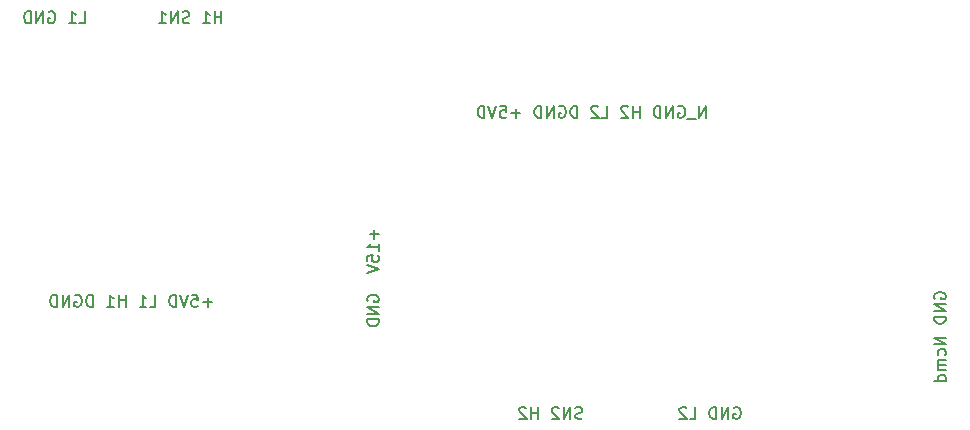
<source format=gbo>
%TF.GenerationSoftware,KiCad,Pcbnew,5.1.6-c6e7f7d~86~ubuntu20.04.1*%
%TF.CreationDate,2020-09-07T12:10:57+02:00*%
%TF.ProjectId,Driver,44726976-6572-42e6-9b69-6361645f7063,rev?*%
%TF.SameCoordinates,Original*%
%TF.FileFunction,Legend,Bot*%
%TF.FilePolarity,Positive*%
%FSLAX46Y46*%
G04 Gerber Fmt 4.6, Leading zero omitted, Abs format (unit mm)*
G04 Created by KiCad (PCBNEW 5.1.6-c6e7f7d~86~ubuntu20.04.1) date 2020-09-07 12:10:57*
%MOMM*%
%LPD*%
G01*
G04 APERTURE LIST*
%ADD10C,0.150000*%
G04 APERTURE END LIST*
%TO.C,J2*%
D10*
X66071428Y-130452380D02*
X66071428Y-131214285D01*
X66452380Y-130833333D02*
X65690476Y-130833333D01*
X66452380Y-132214285D02*
X66452380Y-131642857D01*
X66452380Y-131928571D02*
X65452380Y-131928571D01*
X65595238Y-131833333D01*
X65690476Y-131738095D01*
X65738095Y-131642857D01*
X65452380Y-133119047D02*
X65452380Y-132642857D01*
X65928571Y-132595238D01*
X65880952Y-132642857D01*
X65833333Y-132738095D01*
X65833333Y-132976190D01*
X65880952Y-133071428D01*
X65928571Y-133119047D01*
X66023809Y-133166666D01*
X66261904Y-133166666D01*
X66357142Y-133119047D01*
X66404761Y-133071428D01*
X66452380Y-132976190D01*
X66452380Y-132738095D01*
X66404761Y-132642857D01*
X66357142Y-132595238D01*
X65452380Y-133452380D02*
X66452380Y-133785714D01*
X65452380Y-134119047D01*
X65500000Y-136500000D02*
X65452380Y-136404761D01*
X65452380Y-136261904D01*
X65500000Y-136119047D01*
X65595238Y-136023809D01*
X65690476Y-135976190D01*
X65880952Y-135928571D01*
X66023809Y-135928571D01*
X66214285Y-135976190D01*
X66309523Y-136023809D01*
X66404761Y-136119047D01*
X66452380Y-136261904D01*
X66452380Y-136357142D01*
X66404761Y-136500000D01*
X66357142Y-136547619D01*
X66023809Y-136547619D01*
X66023809Y-136357142D01*
X66452380Y-136976190D02*
X65452380Y-136976190D01*
X66452380Y-137547619D01*
X65452380Y-137547619D01*
X66452380Y-138023809D02*
X65452380Y-138023809D01*
X65452380Y-138261904D01*
X65500000Y-138404761D01*
X65595238Y-138500000D01*
X65690476Y-138547619D01*
X65880952Y-138595238D01*
X66023809Y-138595238D01*
X66214285Y-138547619D01*
X66309523Y-138500000D01*
X66404761Y-138404761D01*
X66452380Y-138261904D01*
X66452380Y-138023809D01*
X94142857Y-120952380D02*
X94142857Y-119952380D01*
X93571428Y-120952380D01*
X93571428Y-119952380D01*
X93333333Y-121047619D02*
X92571428Y-121047619D01*
X91809523Y-120000000D02*
X91904761Y-119952380D01*
X92047619Y-119952380D01*
X92190476Y-120000000D01*
X92285714Y-120095238D01*
X92333333Y-120190476D01*
X92380952Y-120380952D01*
X92380952Y-120523809D01*
X92333333Y-120714285D01*
X92285714Y-120809523D01*
X92190476Y-120904761D01*
X92047619Y-120952380D01*
X91952380Y-120952380D01*
X91809523Y-120904761D01*
X91761904Y-120857142D01*
X91761904Y-120523809D01*
X91952380Y-120523809D01*
X91333333Y-120952380D02*
X91333333Y-119952380D01*
X90761904Y-120952380D01*
X90761904Y-119952380D01*
X90285714Y-120952380D02*
X90285714Y-119952380D01*
X90047619Y-119952380D01*
X89904761Y-120000000D01*
X89809523Y-120095238D01*
X89761904Y-120190476D01*
X89714285Y-120380952D01*
X89714285Y-120523809D01*
X89761904Y-120714285D01*
X89809523Y-120809523D01*
X89904761Y-120904761D01*
X90047619Y-120952380D01*
X90285714Y-120952380D01*
X88523809Y-120952380D02*
X88523809Y-119952380D01*
X88523809Y-120428571D02*
X87952380Y-120428571D01*
X87952380Y-120952380D02*
X87952380Y-119952380D01*
X87523809Y-120047619D02*
X87476190Y-120000000D01*
X87380952Y-119952380D01*
X87142857Y-119952380D01*
X87047619Y-120000000D01*
X87000000Y-120047619D01*
X86952380Y-120142857D01*
X86952380Y-120238095D01*
X87000000Y-120380952D01*
X87571428Y-120952380D01*
X86952380Y-120952380D01*
X85285714Y-120952380D02*
X85761904Y-120952380D01*
X85761904Y-119952380D01*
X85000000Y-120047619D02*
X84952380Y-120000000D01*
X84857142Y-119952380D01*
X84619047Y-119952380D01*
X84523809Y-120000000D01*
X84476190Y-120047619D01*
X84428571Y-120142857D01*
X84428571Y-120238095D01*
X84476190Y-120380952D01*
X85047619Y-120952380D01*
X84428571Y-120952380D01*
X83238095Y-120952380D02*
X83238095Y-119952380D01*
X83000000Y-119952380D01*
X82857142Y-120000000D01*
X82761904Y-120095238D01*
X82714285Y-120190476D01*
X82666666Y-120380952D01*
X82666666Y-120523809D01*
X82714285Y-120714285D01*
X82761904Y-120809523D01*
X82857142Y-120904761D01*
X83000000Y-120952380D01*
X83238095Y-120952380D01*
X81714285Y-120000000D02*
X81809523Y-119952380D01*
X81952380Y-119952380D01*
X82095238Y-120000000D01*
X82190476Y-120095238D01*
X82238095Y-120190476D01*
X82285714Y-120380952D01*
X82285714Y-120523809D01*
X82238095Y-120714285D01*
X82190476Y-120809523D01*
X82095238Y-120904761D01*
X81952380Y-120952380D01*
X81857142Y-120952380D01*
X81714285Y-120904761D01*
X81666666Y-120857142D01*
X81666666Y-120523809D01*
X81857142Y-120523809D01*
X81238095Y-120952380D02*
X81238095Y-119952380D01*
X80666666Y-120952380D01*
X80666666Y-119952380D01*
X80190476Y-120952380D02*
X80190476Y-119952380D01*
X79952380Y-119952380D01*
X79809523Y-120000000D01*
X79714285Y-120095238D01*
X79666666Y-120190476D01*
X79619047Y-120380952D01*
X79619047Y-120523809D01*
X79666666Y-120714285D01*
X79714285Y-120809523D01*
X79809523Y-120904761D01*
X79952380Y-120952380D01*
X80190476Y-120952380D01*
X78428571Y-120571428D02*
X77666666Y-120571428D01*
X78047619Y-120952380D02*
X78047619Y-120190476D01*
X76714285Y-119952380D02*
X77190476Y-119952380D01*
X77238095Y-120428571D01*
X77190476Y-120380952D01*
X77095238Y-120333333D01*
X76857142Y-120333333D01*
X76761904Y-120380952D01*
X76714285Y-120428571D01*
X76666666Y-120523809D01*
X76666666Y-120761904D01*
X76714285Y-120857142D01*
X76761904Y-120904761D01*
X76857142Y-120952380D01*
X77095238Y-120952380D01*
X77190476Y-120904761D01*
X77238095Y-120857142D01*
X76380952Y-119952380D02*
X76047619Y-120952380D01*
X75714285Y-119952380D01*
X75380952Y-120952380D02*
X75380952Y-119952380D01*
X75142857Y-119952380D01*
X75000000Y-120000000D01*
X74904761Y-120095238D01*
X74857142Y-120190476D01*
X74809523Y-120380952D01*
X74809523Y-120523809D01*
X74857142Y-120714285D01*
X74904761Y-120809523D01*
X75000000Y-120904761D01*
X75142857Y-120952380D01*
X75380952Y-120952380D01*
X52333333Y-136571428D02*
X51571428Y-136571428D01*
X51952380Y-136952380D02*
X51952380Y-136190476D01*
X50619047Y-135952380D02*
X51095238Y-135952380D01*
X51142857Y-136428571D01*
X51095238Y-136380952D01*
X51000000Y-136333333D01*
X50761904Y-136333333D01*
X50666666Y-136380952D01*
X50619047Y-136428571D01*
X50571428Y-136523809D01*
X50571428Y-136761904D01*
X50619047Y-136857142D01*
X50666666Y-136904761D01*
X50761904Y-136952380D01*
X51000000Y-136952380D01*
X51095238Y-136904761D01*
X51142857Y-136857142D01*
X50285714Y-135952380D02*
X49952380Y-136952380D01*
X49619047Y-135952380D01*
X49285714Y-136952380D02*
X49285714Y-135952380D01*
X49047619Y-135952380D01*
X48904761Y-136000000D01*
X48809523Y-136095238D01*
X48761904Y-136190476D01*
X48714285Y-136380952D01*
X48714285Y-136523809D01*
X48761904Y-136714285D01*
X48809523Y-136809523D01*
X48904761Y-136904761D01*
X49047619Y-136952380D01*
X49285714Y-136952380D01*
X47047619Y-136952380D02*
X47523809Y-136952380D01*
X47523809Y-135952380D01*
X46190476Y-136952380D02*
X46761904Y-136952380D01*
X46476190Y-136952380D02*
X46476190Y-135952380D01*
X46571428Y-136095238D01*
X46666666Y-136190476D01*
X46761904Y-136238095D01*
X45000000Y-136952380D02*
X45000000Y-135952380D01*
X45000000Y-136428571D02*
X44428571Y-136428571D01*
X44428571Y-136952380D02*
X44428571Y-135952380D01*
X43428571Y-136952380D02*
X44000000Y-136952380D01*
X43714285Y-136952380D02*
X43714285Y-135952380D01*
X43809523Y-136095238D01*
X43904761Y-136190476D01*
X44000000Y-136238095D01*
X42238095Y-136952380D02*
X42238095Y-135952380D01*
X42000000Y-135952380D01*
X41857142Y-136000000D01*
X41761904Y-136095238D01*
X41714285Y-136190476D01*
X41666666Y-136380952D01*
X41666666Y-136523809D01*
X41714285Y-136714285D01*
X41761904Y-136809523D01*
X41857142Y-136904761D01*
X42000000Y-136952380D01*
X42238095Y-136952380D01*
X40714285Y-136000000D02*
X40809523Y-135952380D01*
X40952380Y-135952380D01*
X41095238Y-136000000D01*
X41190476Y-136095238D01*
X41238095Y-136190476D01*
X41285714Y-136380952D01*
X41285714Y-136523809D01*
X41238095Y-136714285D01*
X41190476Y-136809523D01*
X41095238Y-136904761D01*
X40952380Y-136952380D01*
X40857142Y-136952380D01*
X40714285Y-136904761D01*
X40666666Y-136857142D01*
X40666666Y-136523809D01*
X40857142Y-136523809D01*
X40238095Y-136952380D02*
X40238095Y-135952380D01*
X39666666Y-136952380D01*
X39666666Y-135952380D01*
X39190476Y-136952380D02*
X39190476Y-135952380D01*
X38952380Y-135952380D01*
X38809523Y-136000000D01*
X38714285Y-136095238D01*
X38666666Y-136190476D01*
X38619047Y-136380952D01*
X38619047Y-136523809D01*
X38666666Y-136714285D01*
X38714285Y-136809523D01*
X38809523Y-136904761D01*
X38952380Y-136952380D01*
X39190476Y-136952380D01*
%TO.C,J1*%
X41071428Y-112952380D02*
X41547619Y-112952380D01*
X41547619Y-111952380D01*
X40214285Y-112952380D02*
X40785714Y-112952380D01*
X40500000Y-112952380D02*
X40500000Y-111952380D01*
X40595238Y-112095238D01*
X40690476Y-112190476D01*
X40785714Y-112238095D01*
X38500000Y-112000000D02*
X38595238Y-111952380D01*
X38738095Y-111952380D01*
X38880952Y-112000000D01*
X38976190Y-112095238D01*
X39023809Y-112190476D01*
X39071428Y-112380952D01*
X39071428Y-112523809D01*
X39023809Y-112714285D01*
X38976190Y-112809523D01*
X38880952Y-112904761D01*
X38738095Y-112952380D01*
X38642857Y-112952380D01*
X38500000Y-112904761D01*
X38452380Y-112857142D01*
X38452380Y-112523809D01*
X38642857Y-112523809D01*
X38023809Y-112952380D02*
X38023809Y-111952380D01*
X37452380Y-112952380D01*
X37452380Y-111952380D01*
X36976190Y-112952380D02*
X36976190Y-111952380D01*
X36738095Y-111952380D01*
X36595238Y-112000000D01*
X36500000Y-112095238D01*
X36452380Y-112190476D01*
X36404761Y-112380952D01*
X36404761Y-112523809D01*
X36452380Y-112714285D01*
X36500000Y-112809523D01*
X36595238Y-112904761D01*
X36738095Y-112952380D01*
X36976190Y-112952380D01*
X83666666Y-146404761D02*
X83523809Y-146452380D01*
X83285714Y-146452380D01*
X83190476Y-146404761D01*
X83142857Y-146357142D01*
X83095238Y-146261904D01*
X83095238Y-146166666D01*
X83142857Y-146071428D01*
X83190476Y-146023809D01*
X83285714Y-145976190D01*
X83476190Y-145928571D01*
X83571428Y-145880952D01*
X83619047Y-145833333D01*
X83666666Y-145738095D01*
X83666666Y-145642857D01*
X83619047Y-145547619D01*
X83571428Y-145500000D01*
X83476190Y-145452380D01*
X83238095Y-145452380D01*
X83095238Y-145500000D01*
X82666666Y-146452380D02*
X82666666Y-145452380D01*
X82095238Y-146452380D01*
X82095238Y-145452380D01*
X81666666Y-145547619D02*
X81619047Y-145500000D01*
X81523809Y-145452380D01*
X81285714Y-145452380D01*
X81190476Y-145500000D01*
X81142857Y-145547619D01*
X81095238Y-145642857D01*
X81095238Y-145738095D01*
X81142857Y-145880952D01*
X81714285Y-146452380D01*
X81095238Y-146452380D01*
X79904761Y-146452380D02*
X79904761Y-145452380D01*
X79904761Y-145928571D02*
X79333333Y-145928571D01*
X79333333Y-146452380D02*
X79333333Y-145452380D01*
X78904761Y-145547619D02*
X78857142Y-145500000D01*
X78761904Y-145452380D01*
X78523809Y-145452380D01*
X78428571Y-145500000D01*
X78380952Y-145547619D01*
X78333333Y-145642857D01*
X78333333Y-145738095D01*
X78380952Y-145880952D01*
X78952380Y-146452380D01*
X78333333Y-146452380D01*
X53119047Y-112952380D02*
X53119047Y-111952380D01*
X53119047Y-112428571D02*
X52547619Y-112428571D01*
X52547619Y-112952380D02*
X52547619Y-111952380D01*
X51547619Y-112952380D02*
X52119047Y-112952380D01*
X51833333Y-112952380D02*
X51833333Y-111952380D01*
X51928571Y-112095238D01*
X52023809Y-112190476D01*
X52119047Y-112238095D01*
X50404761Y-112904761D02*
X50261904Y-112952380D01*
X50023809Y-112952380D01*
X49928571Y-112904761D01*
X49880952Y-112857142D01*
X49833333Y-112761904D01*
X49833333Y-112666666D01*
X49880952Y-112571428D01*
X49928571Y-112523809D01*
X50023809Y-112476190D01*
X50214285Y-112428571D01*
X50309523Y-112380952D01*
X50357142Y-112333333D01*
X50404761Y-112238095D01*
X50404761Y-112142857D01*
X50357142Y-112047619D01*
X50309523Y-112000000D01*
X50214285Y-111952380D01*
X49976190Y-111952380D01*
X49833333Y-112000000D01*
X49404761Y-112952380D02*
X49404761Y-111952380D01*
X48833333Y-112952380D01*
X48833333Y-111952380D01*
X47833333Y-112952380D02*
X48404761Y-112952380D01*
X48119047Y-112952380D02*
X48119047Y-111952380D01*
X48214285Y-112095238D01*
X48309523Y-112190476D01*
X48404761Y-112238095D01*
X96523809Y-145500000D02*
X96619047Y-145452380D01*
X96761904Y-145452380D01*
X96904761Y-145500000D01*
X97000000Y-145595238D01*
X97047619Y-145690476D01*
X97095238Y-145880952D01*
X97095238Y-146023809D01*
X97047619Y-146214285D01*
X97000000Y-146309523D01*
X96904761Y-146404761D01*
X96761904Y-146452380D01*
X96666666Y-146452380D01*
X96523809Y-146404761D01*
X96476190Y-146357142D01*
X96476190Y-146023809D01*
X96666666Y-146023809D01*
X96047619Y-146452380D02*
X96047619Y-145452380D01*
X95476190Y-146452380D01*
X95476190Y-145452380D01*
X95000000Y-146452380D02*
X95000000Y-145452380D01*
X94761904Y-145452380D01*
X94619047Y-145500000D01*
X94523809Y-145595238D01*
X94476190Y-145690476D01*
X94428571Y-145880952D01*
X94428571Y-146023809D01*
X94476190Y-146214285D01*
X94523809Y-146309523D01*
X94619047Y-146404761D01*
X94761904Y-146452380D01*
X95000000Y-146452380D01*
X92761904Y-146452380D02*
X93238095Y-146452380D01*
X93238095Y-145452380D01*
X92476190Y-145547619D02*
X92428571Y-145500000D01*
X92333333Y-145452380D01*
X92095238Y-145452380D01*
X92000000Y-145500000D01*
X91952380Y-145547619D01*
X91904761Y-145642857D01*
X91904761Y-145738095D01*
X91952380Y-145880952D01*
X92523809Y-146452380D01*
X91904761Y-146452380D01*
X113500000Y-136285714D02*
X113452380Y-136190476D01*
X113452380Y-136047619D01*
X113500000Y-135904761D01*
X113595238Y-135809523D01*
X113690476Y-135761904D01*
X113880952Y-135714285D01*
X114023809Y-135714285D01*
X114214285Y-135761904D01*
X114309523Y-135809523D01*
X114404761Y-135904761D01*
X114452380Y-136047619D01*
X114452380Y-136142857D01*
X114404761Y-136285714D01*
X114357142Y-136333333D01*
X114023809Y-136333333D01*
X114023809Y-136142857D01*
X114452380Y-136761904D02*
X113452380Y-136761904D01*
X114452380Y-137333333D01*
X113452380Y-137333333D01*
X114452380Y-137809523D02*
X113452380Y-137809523D01*
X113452380Y-138047619D01*
X113500000Y-138190476D01*
X113595238Y-138285714D01*
X113690476Y-138333333D01*
X113880952Y-138380952D01*
X114023809Y-138380952D01*
X114214285Y-138333333D01*
X114309523Y-138285714D01*
X114404761Y-138190476D01*
X114452380Y-138047619D01*
X114452380Y-137809523D01*
X114452380Y-139571428D02*
X113452380Y-139571428D01*
X114452380Y-140142857D01*
X113452380Y-140142857D01*
X114404761Y-141047619D02*
X114452380Y-140952380D01*
X114452380Y-140761904D01*
X114404761Y-140666666D01*
X114357142Y-140619047D01*
X114261904Y-140571428D01*
X113976190Y-140571428D01*
X113880952Y-140619047D01*
X113833333Y-140666666D01*
X113785714Y-140761904D01*
X113785714Y-140952380D01*
X113833333Y-141047619D01*
X114452380Y-141476190D02*
X113785714Y-141476190D01*
X113880952Y-141476190D02*
X113833333Y-141523809D01*
X113785714Y-141619047D01*
X113785714Y-141761904D01*
X113833333Y-141857142D01*
X113928571Y-141904761D01*
X114452380Y-141904761D01*
X113928571Y-141904761D02*
X113833333Y-141952380D01*
X113785714Y-142047619D01*
X113785714Y-142190476D01*
X113833333Y-142285714D01*
X113928571Y-142333333D01*
X114452380Y-142333333D01*
X114452380Y-143238095D02*
X113452380Y-143238095D01*
X114404761Y-143238095D02*
X114452380Y-143142857D01*
X114452380Y-142952380D01*
X114404761Y-142857142D01*
X114357142Y-142809523D01*
X114261904Y-142761904D01*
X113976190Y-142761904D01*
X113880952Y-142809523D01*
X113833333Y-142857142D01*
X113785714Y-142952380D01*
X113785714Y-143142857D01*
X113833333Y-143238095D01*
%TD*%
M02*

</source>
